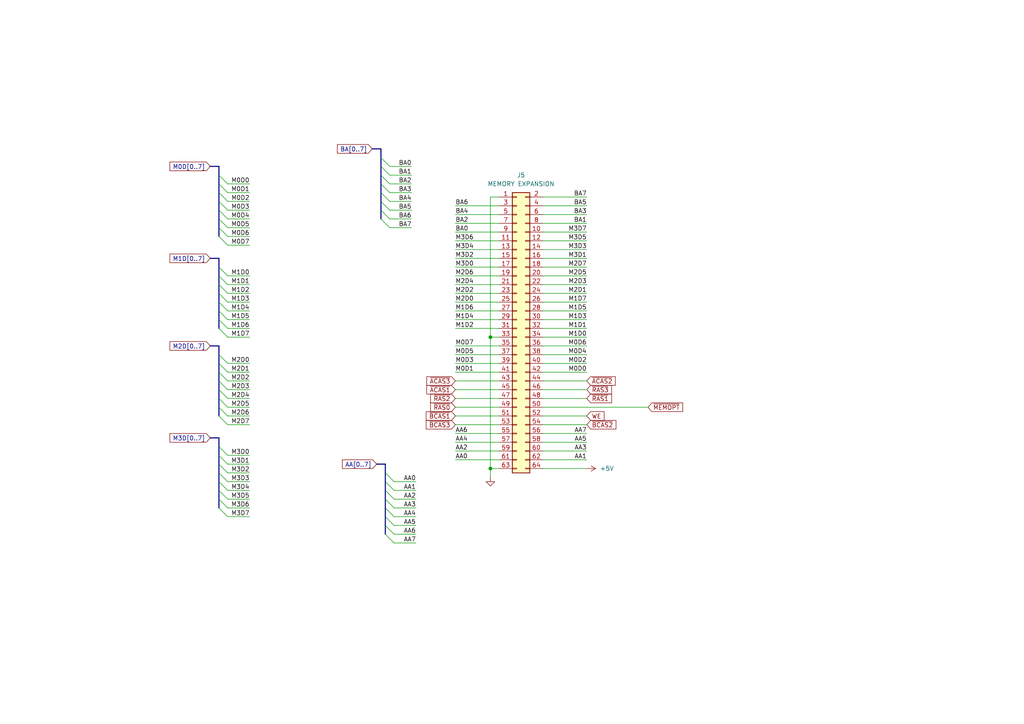
<source format=kicad_sch>
(kicad_sch (version 20230121) (generator eeschema)
  (paper "A4")
  (lib_symbols
    (symbol "Connector_Generic:Conn_02x32_Odd_Even" (pin_names (offset 1.016) hide)
      (property "Reference" "J" (at 1.27 40.64 0))
      (property "Value" "Conn_02x32_Odd_Even" (at 1.27 -43.18 0))
      (symbol "Conn_02x32_Odd_Even_1_1"
        (rectangle (start -1.27 -40.513) (end 0 -40.767) (stroke (width 0.1524)))
        (rectangle (start -1.27 -37.973) (end 0 -38.227) (stroke (width 0.1524)))
        (rectangle (start -1.27 -35.433) (end 0 -35.687) (stroke (width 0.1524)))
        (rectangle (start -1.27 -32.893) (end 0 -33.147) (stroke (width 0.1524)))
        (rectangle (start -1.27 -30.353) (end 0 -30.607) (stroke (width 0.1524)))
        (rectangle (start -1.27 -27.813) (end 0 -28.067) (stroke (width 0.1524)))
        (rectangle (start -1.27 -25.273) (end 0 -25.527) (stroke (width 0.1524)))
        (rectangle (start -1.27 -22.733) (end 0 -22.987) (stroke (width 0.1524)))
        (rectangle (start -1.27 -20.193) (end 0 -20.447) (stroke (width 0.1524)))
        (rectangle (start -1.27 -17.653) (end 0 -17.907) (stroke (width 0.1524)))
        (rectangle (start -1.27 -15.113) (end 0 -15.367) (stroke (width 0.1524)))
        (rectangle (start -1.27 -12.573) (end 0 -12.827) (stroke (width 0.1524)))
        (rectangle (start -1.27 -10.033) (end 0 -10.287) (stroke (width 0.1524)))
        (rectangle (start -1.27 -7.493) (end 0 -7.747) (stroke (width 0.1524)))
        (rectangle (start -1.27 -4.953) (end 0 -5.207) (stroke (width 0.1524)))
        (rectangle (start -1.27 -2.413) (end 0 -2.667) (stroke (width 0.1524)))
        (rectangle (start -1.27 0.127) (end 0 -0.127) (stroke (width 0.1524)))
        (rectangle (start -1.27 2.667) (end 0 2.413) (stroke (width 0.1524)))
        (rectangle (start -1.27 5.207) (end 0 4.953) (stroke (width 0.1524)))
        (rectangle (start -1.27 7.747) (end 0 7.493) (stroke (width 0.1524)))
        (rectangle (start -1.27 10.287) (end 0 10.033) (stroke (width 0.1524)))
        (rectangle (start -1.27 12.827) (end 0 12.573) (stroke (width 0.1524)))
        (rectangle (start -1.27 15.367) (end 0 15.113) (stroke (width 0.1524)))
        (rectangle (start -1.27 17.907) (end 0 17.653) (stroke (width 0.1524)))
        (rectangle (start -1.27 20.447) (end 0 20.193) (stroke (width 0.1524)))
        (rectangle (start -1.27 22.987) (end 0 22.733) (stroke (width 0.1524)))
        (rectangle (start -1.27 25.527) (end 0 25.273) (stroke (width 0.1524)))
        (rectangle (start -1.27 28.067) (end 0 27.813) (stroke (width 0.1524)))
        (rectangle (start -1.27 30.607) (end 0 30.353) (stroke (width 0.1524)))
        (rectangle (start -1.27 33.147) (end 0 32.893) (stroke (width 0.1524)))
        (rectangle (start -1.27 35.687) (end 0 35.433) (stroke (width 0.1524)))
        (rectangle (start -1.27 38.227) (end 0 37.973) (stroke (width 0.1524)))
        (rectangle (start -1.27 39.37) (end 3.81 -41.91) (stroke (width 0.254)) (fill (type background)))
        (rectangle (start 3.81 -40.513) (end 2.54 -40.767) (stroke (width 0.1524)))
        (rectangle (start 3.81 -37.973) (end 2.54 -38.227) (stroke (width 0.1524)))
        (rectangle (start 3.81 -35.433) (end 2.54 -35.687) (stroke (width 0.1524)))
        (rectangle (start 3.81 -32.893) (end 2.54 -33.147) (stroke (width 0.1524)))
        (rectangle (start 3.81 -30.353) (end 2.54 -30.607) (stroke (width 0.1524)))
        (rectangle (start 3.81 -27.813) (end 2.54 -28.067) (stroke (width 0.1524)))
        (rectangle (start 3.81 -25.273) (end 2.54 -25.527) (stroke (width 0.1524)))
        (rectangle (start 3.81 -22.733) (end 2.54 -22.987) (stroke (width 0.1524)))
        (rectangle (start 3.81 -20.193) (end 2.54 -20.447) (stroke (width 0.1524)))
        (rectangle (start 3.81 -17.653) (end 2.54 -17.907) (stroke (width 0.1524)))
        (rectangle (start 3.81 -15.113) (end 2.54 -15.367) (stroke (width 0.1524)))
        (rectangle (start 3.81 -12.573) (end 2.54 -12.827) (stroke (width 0.1524)))
        (rectangle (start 3.81 -10.033) (end 2.54 -10.287) (stroke (width 0.1524)))
        (rectangle (start 3.81 -7.493) (end 2.54 -7.747) (stroke (width 0.1524)))
        (rectangle (start 3.81 -4.953) (end 2.54 -5.207) (stroke (width 0.1524)))
        (rectangle (start 3.81 -2.413) (end 2.54 -2.667) (stroke (width 0.1524)))
        (rectangle (start 3.81 0.127) (end 2.54 -0.127) (stroke (width 0.1524)))
        (rectangle (start 3.81 2.667) (end 2.54 2.413) (stroke (width 0.1524)))
        (rectangle (start 3.81 5.207) (end 2.54 4.953) (stroke (width 0.1524)))
        (rectangle (start 3.81 7.747) (end 2.54 7.493) (stroke (width 0.1524)))
        (rectangle (start 3.81 10.287) (end 2.54 10.033) (stroke (width 0.1524)))
        (rectangle (start 3.81 12.827) (end 2.54 12.573) (stroke (width 0.1524)))
        (rectangle (start 3.81 15.367) (end 2.54 15.113) (stroke (width 0.1524)))
        (rectangle (start 3.81 17.907) (end 2.54 17.653) (stroke (width 0.1524)))
        (rectangle (start 3.81 20.447) (end 2.54 20.193) (stroke (width 0.1524)))
        (rectangle (start 3.81 22.987) (end 2.54 22.733) (stroke (width 0.1524)))
        (rectangle (start 3.81 25.527) (end 2.54 25.273) (stroke (width 0.1524)))
        (rectangle (start 3.81 28.067) (end 2.54 27.813) (stroke (width 0.1524)))
        (rectangle (start 3.81 30.607) (end 2.54 30.353) (stroke (width 0.1524)))
        (rectangle (start 3.81 33.147) (end 2.54 32.893) (stroke (width 0.1524)))
        (rectangle (start 3.81 35.687) (end 2.54 35.433) (stroke (width 0.1524)))
        (rectangle (start 3.81 38.227) (end 2.54 37.973) (stroke (width 0.1524)))
        (pin passive line (at -5.08 38.1 0) (length 3.81) (name "Pin_1") (number "1"))
        (pin passive line (at 7.62 27.94 180) (length 3.81) (name "Pin_10") (number "10"))
        (pin passive line (at -5.08 25.4 0) (length 3.81) (name "Pin_11") (number "11"))
        (pin passive line (at 7.62 25.4 180) (length 3.81) (name "Pin_12") (number "12"))
        (pin passive line (at -5.08 22.86 0) (length 3.81) (name "Pin_13") (number "13"))
        (pin passive line (at 7.62 22.86 180) (length 3.81) (name "Pin_14") (number "14"))
        (pin passive line (at -5.08 20.32 0) (length 3.81) (name "Pin_15") (number "15"))
        (pin passive line (at 7.62 20.32 180) (length 3.81) (name "Pin_16") (number "16"))
        (pin passive line (at -5.08 17.78 0) (length 3.81) (name "Pin_17") (number "17"))
        (pin passive line (at 7.62 17.78 180) (length 3.81) (name "Pin_18") (number "18"))
        (pin passive line (at -5.08 15.24 0) (length 3.81) (name "Pin_19") (number "19"))
        (pin passive line (at 7.62 38.1 180) (length 3.81) (name "Pin_2") (number "2"))
        (pin passive line (at 7.62 15.24 180) (length 3.81) (name "Pin_20") (number "20"))
        (pin passive line (at -5.08 12.7 0) (length 3.81) (name "Pin_21") (number "21"))
        (pin passive line (at 7.62 12.7 180) (length 3.81) (name "Pin_22") (number "22"))
        (pin passive line (at -5.08 10.16 0) (length 3.81) (name "Pin_23") (number "23"))
        (pin passive line (at 7.62 10.16 180) (length 3.81) (name "Pin_24") (number "24"))
        (pin passive line (at -5.08 7.62 0) (length 3.81) (name "Pin_25") (number "25"))
        (pin passive line (at 7.62 7.62 180) (length 3.81) (name "Pin_26") (number "26"))
        (pin passive line (at -5.08 5.08 0) (length 3.81) (name "Pin_27") (number "27"))
        (pin passive line (at 7.62 5.08 180) (length 3.81) (name "Pin_28") (number "28"))
        (pin passive line (at -5.08 2.54 0) (length 3.81) (name "Pin_29") (number "29"))
        (pin passive line (at -5.08 35.56 0) (length 3.81) (name "Pin_3") (number "3"))
        (pin passive line (at 7.62 2.54 180) (length 3.81) (name "Pin_30") (number "30"))
        (pin passive line (at -5.08 0 0) (length 3.81) (name "Pin_31") (number "31"))
        (pin passive line (at 7.62 0 180) (length 3.81) (name "Pin_32") (number "32"))
        (pin passive line (at -5.08 -2.54 0) (length 3.81) (name "Pin_33") (number "33"))
        (pin passive line (at 7.62 -2.54 180) (length 3.81) (name "Pin_34") (number "34"))
        (pin passive line (at -5.08 -5.08 0) (length 3.81) (name "Pin_35") (number "35"))
        (pin passive line (at 7.62 -5.08 180) (length 3.81) (name "Pin_36") (number "36"))
        (pin passive line (at -5.08 -7.62 0) (length 3.81) (name "Pin_37") (number "37"))
        (pin passive line (at 7.62 -7.62 180) (length 3.81) (name "Pin_38") (number "38"))
        (pin passive line (at -5.08 -10.16 0) (length 3.81) (name "Pin_39") (number "39"))
        (pin passive line (at 7.62 35.56 180) (length 3.81) (name "Pin_4") (number "4"))
        (pin passive line (at 7.62 -10.16 180) (length 3.81) (name "Pin_40") (number "40"))
        (pin passive line (at -5.08 -12.7 0) (length 3.81) (name "Pin_41") (number "41"))
        (pin passive line (at 7.62 -12.7 180) (length 3.81) (name "Pin_42") (number "42"))
        (pin passive line (at -5.08 -15.24 0) (length 3.81) (name "Pin_43") (number "43"))
        (pin passive line (at 7.62 -15.24 180) (length 3.81) (name "Pin_44") (number "44"))
        (pin passive line (at -5.08 -17.78 0) (length 3.81) (name "Pin_45") (number "45"))
        (pin passive line (at 7.62 -17.78 180) (length 3.81) (name "Pin_46") (number "46"))
        (pin passive line (at -5.08 -20.32 0) (length 3.81) (name "Pin_47") (number "47"))
        (pin passive line (at 7.62 -20.32 180) (length 3.81) (name "Pin_48") (number "48"))
        (pin passive line (at -5.08 -22.86 0) (length 3.81) (name "Pin_49") (number "49"))
        (pin passive line (at -5.08 33.02 0) (length 3.81) (name "Pin_5") (number "5"))
        (pin passive line (at 7.62 -22.86 180) (length 3.81) (name "Pin_50") (number "50"))
        (pin passive line (at -5.08 -25.4 0) (length 3.81) (name "Pin_51") (number "51"))
        (pin passive line (at 7.62 -25.4 180) (length 3.81) (name "Pin_52") (number "52"))
        (pin passive line (at -5.08 -27.94 0) (length 3.81) (name "Pin_53") (number "53"))
        (pin passive line (at 7.62 -27.94 180) (length 3.81) (name "Pin_54") (number "54"))
        (pin passive line (at -5.08 -30.48 0) (length 3.81) (name "Pin_55") (number "55"))
        (pin passive line (at 7.62 -30.48 180) (length 3.81) (name "Pin_56") (number "56"))
        (pin passive line (at -5.08 -33.02 0) (length 3.81) (name "Pin_57") (number "57"))
        (pin passive line (at 7.62 -33.02 180) (length 3.81) (name "Pin_58") (number "58"))
        (pin passive line (at -5.08 -35.56 0) (length 3.81) (name "Pin_59") (number "59"))
        (pin passive line (at 7.62 33.02 180) (length 3.81) (name "Pin_6") (number "6"))
        (pin passive line (at 7.62 -35.56 180) (length 3.81) (name "Pin_60") (number "60"))
        (pin passive line (at -5.08 -38.1 0) (length 3.81) (name "Pin_61") (number "61"))
        (pin passive line (at 7.62 -38.1 180) (length 3.81) (name "Pin_62") (number "62"))
        (pin passive line (at -5.08 -40.64 0) (length 3.81) (name "Pin_63") (number "63"))
        (pin passive line (at 7.62 -40.64 180) (length 3.81) (name "Pin_64") (number "64"))
        (pin passive line (at -5.08 30.48 0) (length 3.81) (name "Pin_7") (number "7"))
        (pin passive line (at 7.62 30.48 180) (length 3.81) (name "Pin_8") (number "8"))
        (pin passive line (at -5.08 27.94 0) (length 3.81) (name "Pin_9") (number "9"))
      )
    )
    (symbol "power:+5V" (power) (pin_names (offset 0))
      (property "Value" "+5V" (at 0 3.556 0))
      (symbol "+5V_0_1"
        (polyline (pts (xy -0.762 1.27) (xy 0 2.54)))
        (polyline (pts (xy 0 0) (xy 0 2.54)))
        (polyline (pts (xy 0 2.54) (xy 0.762 1.27)))
      )
      (symbol "+5V_1_1"
        (pin power_in line (at 0 0 90) (length 0) hide (name "+5V") (number "1"))
      )
    )
    (symbol "power:GND" (power) (pin_names (offset 0))
      (property "Value" "GND" (at 0 -3.81 0))
      (symbol "GND_0_1"
        (polyline (pts (xy 0 0) (xy 0 -1.27) (xy 1.27 -1.27) (xy 0 -2.54) (xy -1.27 -1.27) (xy 0 -1.27)))
      )
      (symbol "GND_1_1"
        (pin power_in line (at 0 0 270) (length 0) hide (name "GND") (number "1"))
      )
    )
  )
  (junction (at 142.24 135.89))
  (junction (at 142.24 97.79))
  (bus_entry (at 63.5 129.54) (size 2.54 2.54))
  (bus_entry (at 63.5 118.11) (size 2.54 2.54))
  (bus_entry (at 111.76 149.86) (size 2.54 2.54))
  (bus_entry (at 63.5 139.7) (size 2.54 2.54))
  (bus_entry (at 110.49 53.34) (size 2.54 2.54))
  (bus_entry (at 63.5 115.57) (size 2.54 2.54))
  (bus_entry (at 63.5 53.34) (size 2.54 2.54))
  (bus_entry (at 63.5 85.09) (size 2.54 2.54))
  (bus_entry (at 110.49 63.5) (size 2.54 2.54))
  (bus_entry (at 63.5 113.03) (size 2.54 2.54))
  (bus_entry (at 63.5 105.41) (size 2.54 2.54))
  (bus_entry (at 110.49 58.42) (size 2.54 2.54))
  (bus_entry (at 110.49 50.8) (size 2.54 2.54))
  (bus_entry (at 63.5 147.32) (size 2.54 2.54))
  (bus_entry (at 63.5 137.16) (size 2.54 2.54))
  (bus_entry (at 111.76 142.24) (size 2.54 2.54))
  (bus_entry (at 111.76 154.94) (size 2.54 2.54))
  (bus_entry (at 111.76 137.16) (size 2.54 2.54))
  (bus_entry (at 63.5 87.63) (size 2.54 2.54))
  (bus_entry (at 110.49 60.96) (size 2.54 2.54))
  (bus_entry (at 63.5 95.25) (size 2.54 2.54))
  (bus_entry (at 63.5 80.01) (size 2.54 2.54))
  (bus_entry (at 110.49 45.72) (size 2.54 2.54))
  (bus_entry (at 63.5 90.17) (size 2.54 2.54))
  (bus_entry (at 63.5 144.78) (size 2.54 2.54))
  (bus_entry (at 63.5 82.55) (size 2.54 2.54))
  (bus_entry (at 63.5 58.42) (size 2.54 2.54))
  (bus_entry (at 63.5 102.87) (size 2.54 2.54))
  (bus_entry (at 63.5 50.8) (size 2.54 2.54))
  (bus_entry (at 63.5 68.58) (size 2.54 2.54))
  (bus_entry (at 111.76 147.32) (size 2.54 2.54))
  (bus_entry (at 63.5 63.5) (size 2.54 2.54))
  (bus_entry (at 111.76 144.78) (size 2.54 2.54))
  (bus_entry (at 63.5 134.62) (size 2.54 2.54))
  (bus_entry (at 63.5 55.88) (size 2.54 2.54))
  (bus_entry (at 63.5 60.96) (size 2.54 2.54))
  (bus_entry (at 63.5 77.47) (size 2.54 2.54))
  (bus_entry (at 63.5 66.04) (size 2.54 2.54))
  (bus_entry (at 63.5 110.49) (size 2.54 2.54))
  (bus_entry (at 111.76 152.4) (size 2.54 2.54))
  (bus_entry (at 110.49 55.88) (size 2.54 2.54))
  (bus_entry (at 63.5 92.71) (size 2.54 2.54))
  (bus_entry (at 63.5 132.08) (size 2.54 2.54))
  (bus_entry (at 110.49 48.26) (size 2.54 2.54))
  (bus_entry (at 111.76 139.7) (size 2.54 2.54))
  (bus_entry (at 63.5 120.65) (size 2.54 2.54))
  (bus_entry (at 63.5 142.24) (size 2.54 2.54))
  (bus_entry (at 63.5 107.95) (size 2.54 2.54))
  (wire (pts (xy 72.39 139.7) (xy 66.04 139.7)))
  (wire (pts (xy 72.39 97.79) (xy 66.04 97.79)))
  (wire (pts (xy 113.03 53.34) (xy 119.38 53.34)))
  (bus (pts (xy 63.5 53.34) (xy 63.5 55.88)))
  (bus (pts (xy 110.49 53.34) (xy 110.49 50.8)))
  (bus (pts (xy 63.5 66.04) (xy 63.5 68.58)))
  (wire (pts (xy 72.39 68.58) (xy 66.04 68.58)))
  (wire (pts (xy 72.39 71.12) (xy 66.04 71.12)))
  (wire (pts (xy 132.08 105.41) (xy 144.78 105.41)))
  (bus (pts (xy 63.5 134.62) (xy 63.5 132.08)))
  (wire (pts (xy 132.08 72.39) (xy 144.78 72.39)))
  (bus (pts (xy 63.5 107.95) (xy 63.5 105.41)))
  (wire (pts (xy 113.03 50.8) (xy 119.38 50.8)))
  (wire (pts (xy 72.39 82.55) (xy 66.04 82.55)))
  (wire (pts (xy 113.03 66.04) (xy 119.38 66.04)))
  (bus (pts (xy 110.49 60.96) (xy 110.49 58.42)))
  (wire (pts (xy 142.24 97.79) (xy 142.24 135.89)))
  (wire (pts (xy 72.39 53.34) (xy 66.04 53.34)))
  (wire (pts (xy 132.08 125.73) (xy 144.78 125.73)))
  (wire (pts (xy 132.08 130.81) (xy 144.78 130.81)))
  (wire (pts (xy 142.24 97.79) (xy 144.78 97.79)))
  (bus (pts (xy 110.49 48.26) (xy 110.49 45.72)))
  (wire (pts (xy 72.39 118.11) (xy 66.04 118.11)))
  (bus (pts (xy 63.5 147.32) (xy 63.5 144.78)))
  (wire (pts (xy 132.08 115.57) (xy 144.78 115.57)))
  (bus (pts (xy 63.5 60.96) (xy 63.5 63.5)))
  (wire (pts (xy 132.08 82.55) (xy 144.78 82.55)))
  (wire (pts (xy 72.39 149.86) (xy 66.04 149.86)))
  (wire (pts (xy 157.48 130.81) (xy 170.18 130.81)))
  (bus (pts (xy 63.5 50.8) (xy 63.5 53.34)))
  (bus (pts (xy 63.5 105.41) (xy 63.5 102.87)))
  (bus (pts (xy 63.5 115.57) (xy 63.5 113.03)))
  (wire (pts (xy 72.39 107.95) (xy 66.04 107.95)))
  (bus (pts (xy 110.49 63.5) (xy 110.49 60.96)))
  (wire (pts (xy 132.08 107.95) (xy 144.78 107.95)))
  (wire (pts (xy 72.39 105.41) (xy 66.04 105.41)))
  (wire (pts (xy 132.08 77.47) (xy 144.78 77.47)))
  (wire (pts (xy 132.08 69.85) (xy 144.78 69.85)))
  (wire (pts (xy 132.08 123.19) (xy 144.78 123.19)))
  (bus (pts (xy 60.96 74.93) (xy 63.5 74.93)))
  (wire (pts (xy 132.08 85.09) (xy 144.78 85.09)))
  (wire (pts (xy 72.39 60.96) (xy 66.04 60.96)))
  (wire (pts (xy 157.48 69.85) (xy 170.18 69.85)))
  (wire (pts (xy 157.48 85.09) (xy 170.18 85.09)))
  (wire (pts (xy 114.3 147.32) (xy 120.65 147.32)))
  (wire (pts (xy 157.48 97.79) (xy 170.18 97.79)))
  (wire (pts (xy 157.48 64.77) (xy 170.18 64.77)))
  (bus (pts (xy 63.5 87.63) (xy 63.5 90.17)))
  (bus (pts (xy 63.5 118.11) (xy 63.5 115.57)))
  (wire (pts (xy 132.08 74.93) (xy 144.78 74.93)))
  (wire (pts (xy 157.48 92.71) (xy 170.18 92.71)))
  (wire (pts (xy 113.03 48.26) (xy 119.38 48.26)))
  (bus (pts (xy 63.5 90.17) (xy 63.5 92.71)))
  (wire (pts (xy 72.39 66.04) (xy 66.04 66.04)))
  (bus (pts (xy 63.5 142.24) (xy 63.5 139.7)))
  (wire (pts (xy 157.48 102.87) (xy 170.18 102.87)))
  (bus (pts (xy 63.5 129.54) (xy 63.5 127)))
  (wire (pts (xy 72.39 134.62) (xy 66.04 134.62)))
  (wire (pts (xy 157.48 62.23) (xy 170.18 62.23)))
  (wire (pts (xy 72.39 120.65) (xy 66.04 120.65)))
  (wire (pts (xy 157.48 87.63) (xy 170.18 87.63)))
  (wire (pts (xy 157.48 77.47) (xy 170.18 77.47)))
  (bus (pts (xy 111.76 149.86) (xy 111.76 147.32)))
  (bus (pts (xy 63.5 144.78) (xy 63.5 142.24)))
  (bus (pts (xy 63.5 48.26) (xy 63.5 50.8)))
  (bus (pts (xy 63.5 77.47) (xy 63.5 80.01)))
  (bus (pts (xy 63.5 74.93) (xy 63.5 77.47)))
  (bus (pts (xy 63.5 82.55) (xy 63.5 85.09)))
  (wire (pts (xy 72.39 113.03) (xy 66.04 113.03)))
  (wire (pts (xy 72.39 63.5) (xy 66.04 63.5)))
  (wire (pts (xy 72.39 92.71) (xy 66.04 92.71)))
  (wire (pts (xy 113.03 55.88) (xy 119.38 55.88)))
  (bus (pts (xy 63.5 102.87) (xy 63.5 100.33)))
  (wire (pts (xy 157.48 95.25) (xy 170.18 95.25)))
  (wire (pts (xy 72.39 144.78) (xy 66.04 144.78)))
  (wire (pts (xy 114.3 139.7) (xy 120.65 139.7)))
  (wire (pts (xy 132.08 80.01) (xy 144.78 80.01)))
  (wire (pts (xy 132.08 95.25) (xy 144.78 95.25)))
  (bus (pts (xy 63.5 55.88) (xy 63.5 58.42)))
  (bus (pts (xy 63.5 63.5) (xy 63.5 66.04)))
  (wire (pts (xy 157.48 115.57) (xy 170.18 115.57)))
  (wire (pts (xy 114.3 154.94) (xy 120.65 154.94)))
  (bus (pts (xy 111.76 152.4) (xy 111.76 149.86)))
  (wire (pts (xy 157.48 82.55) (xy 170.18 82.55)))
  (wire (pts (xy 157.48 125.73) (xy 170.18 125.73)))
  (wire (pts (xy 142.24 57.15) (xy 144.78 57.15)))
  (wire (pts (xy 114.3 142.24) (xy 120.65 142.24)))
  (wire (pts (xy 157.48 72.39) (xy 170.18 72.39)))
  (wire (pts (xy 72.39 147.32) (xy 66.04 147.32)))
  (bus (pts (xy 63.5 132.08) (xy 63.5 129.54)))
  (wire (pts (xy 157.48 118.11) (xy 187.96 118.11)))
  (wire (pts (xy 132.08 120.65) (xy 144.78 120.65)))
  (wire (pts (xy 72.39 90.17) (xy 66.04 90.17)))
  (wire (pts (xy 157.48 110.49) (xy 170.18 110.49)))
  (wire (pts (xy 157.48 100.33) (xy 170.18 100.33)))
  (wire (pts (xy 72.39 132.08) (xy 66.04 132.08)))
  (wire (pts (xy 72.39 87.63) (xy 66.04 87.63)))
  (bus (pts (xy 63.5 137.16) (xy 63.5 134.62)))
  (bus (pts (xy 110.49 58.42) (xy 110.49 55.88)))
  (bus (pts (xy 60.96 48.26) (xy 63.5 48.26)))
  (wire (pts (xy 72.39 85.09) (xy 66.04 85.09)))
  (bus (pts (xy 63.5 58.42) (xy 63.5 60.96)))
  (bus (pts (xy 110.49 45.72) (xy 110.49 43.18)))
  (wire (pts (xy 113.03 63.5) (xy 119.38 63.5)))
  (wire (pts (xy 157.48 67.31) (xy 170.18 67.31)))
  (wire (pts (xy 142.24 135.89) (xy 144.78 135.89)))
  (bus (pts (xy 109.22 134.62) (xy 111.76 134.62)))
  (wire (pts (xy 132.08 133.35) (xy 144.78 133.35)))
  (wire (pts (xy 132.08 113.03) (xy 144.78 113.03)))
  (wire (pts (xy 114.3 149.86) (xy 120.65 149.86)))
  (wire (pts (xy 132.08 62.23) (xy 144.78 62.23)))
  (wire (pts (xy 157.48 80.01) (xy 170.18 80.01)))
  (wire (pts (xy 72.39 80.01) (xy 66.04 80.01)))
  (wire (pts (xy 114.3 157.48) (xy 120.65 157.48)))
  (wire (pts (xy 157.48 74.93) (xy 170.18 74.93)))
  (wire (pts (xy 157.48 107.95) (xy 170.18 107.95)))
  (wire (pts (xy 72.39 58.42) (xy 66.04 58.42)))
  (wire (pts (xy 157.48 105.41) (xy 170.18 105.41)))
  (wire (pts (xy 132.08 118.11) (xy 144.78 118.11)))
  (bus (pts (xy 110.49 55.88) (xy 110.49 53.34)))
  (wire (pts (xy 132.08 128.27) (xy 144.78 128.27)))
  (bus (pts (xy 63.5 110.49) (xy 63.5 107.95)))
  (wire (pts (xy 113.03 58.42) (xy 119.38 58.42)))
  (wire (pts (xy 157.48 113.03) (xy 170.18 113.03)))
  (bus (pts (xy 63.5 139.7) (xy 63.5 137.16)))
  (wire (pts (xy 142.24 57.15) (xy 142.24 97.79)))
  (wire (pts (xy 72.39 55.88) (xy 66.04 55.88)))
  (wire (pts (xy 157.48 123.19) (xy 170.18 123.19)))
  (wire (pts (xy 132.08 67.31) (xy 144.78 67.31)))
  (bus (pts (xy 60.96 100.33) (xy 63.5 100.33)))
  (wire (pts (xy 132.08 102.87) (xy 144.78 102.87)))
  (wire (pts (xy 72.39 115.57) (xy 66.04 115.57)))
  (bus (pts (xy 111.76 137.16) (xy 111.76 134.62)))
  (wire (pts (xy 157.48 59.69) (xy 170.18 59.69)))
  (bus (pts (xy 63.5 80.01) (xy 63.5 82.55)))
  (bus (pts (xy 111.76 147.32) (xy 111.76 144.78)))
  (wire (pts (xy 114.3 152.4) (xy 120.65 152.4)))
  (wire (pts (xy 142.24 135.89) (xy 142.24 138.43)))
  (bus (pts (xy 63.5 120.65) (xy 63.5 118.11)))
  (bus (pts (xy 111.76 139.7) (xy 111.76 137.16)))
  (bus (pts (xy 111.76 142.24) (xy 111.76 139.7)))
  (wire (pts (xy 72.39 110.49) (xy 66.04 110.49)))
  (wire (pts (xy 132.08 90.17) (xy 144.78 90.17)))
  (wire (pts (xy 132.08 92.71) (xy 144.78 92.71)))
  (wire (pts (xy 113.03 60.96) (xy 119.38 60.96)))
  (wire (pts (xy 72.39 95.25) (xy 66.04 95.25)))
  (wire (pts (xy 157.48 133.35) (xy 170.18 133.35)))
  (bus (pts (xy 111.76 144.78) (xy 111.76 142.24)))
  (wire (pts (xy 157.48 135.89) (xy 170.18 135.89)))
  (bus (pts (xy 63.5 113.03) (xy 63.5 110.49)))
  (wire (pts (xy 72.39 137.16) (xy 66.04 137.16)))
  (bus (pts (xy 63.5 92.71) (xy 63.5 95.25)))
  (wire (pts (xy 157.48 90.17) (xy 170.18 90.17)))
  (bus (pts (xy 60.96 127) (xy 63.5 127)))
  (wire (pts (xy 132.08 64.77) (xy 144.78 64.77)))
  (wire (pts (xy 132.08 110.49) (xy 144.78 110.49)))
  (bus (pts (xy 63.5 85.09) (xy 63.5 87.63)))
  (wire (pts (xy 72.39 123.19) (xy 66.04 123.19)))
  (wire (pts (xy 132.08 59.69) (xy 144.78 59.69)))
  (wire (pts (xy 157.48 120.65) (xy 170.18 120.65)))
  (wire (pts (xy 157.48 57.15) (xy 170.18 57.15)))
  (bus (pts (xy 107.95 43.18) (xy 110.49 43.18)))
  (wire (pts (xy 72.39 142.24) (xy 66.04 142.24)))
  (wire (pts (xy 132.08 100.33) (xy 144.78 100.33)))
  (bus (pts (xy 110.49 50.8) (xy 110.49 48.26)))
  (wire (pts (xy 114.3 144.78) (xy 120.65 144.78)))
  (wire (pts (xy 157.48 128.27) (xy 170.18 128.27)))
  (bus (pts (xy 111.76 154.94) (xy 111.76 152.4)))
  (wire (pts (xy 132.08 87.63) (xy 144.78 87.63)))
  (label "M1D5" (at 72.39 92.71 180))
  (label "M2D1" (at 72.39 107.95 180))
  (label "M2D0" (at 72.39 105.41 180))
  (label "BA2" (at 119.38 53.34 180))
  (label "AA3" (at 120.65 147.32 180))
  (label "AA4" (at 120.65 149.86 180))
  (label "M2D6" (at 132.08 80.01 0))
  (label "BA2" (at 132.08 64.77 0))
  (label "M3D5" (at 72.39 144.78 180))
  (label "M2D0" (at 132.08 87.63 0))
  (label "BA1" (at 170.18 64.77 180))
  (label "M0D7" (at 72.39 71.12 180))
  (label "BA3" (at 170.18 62.23 180))
  (label "M1D1" (at 72.39 82.55 180))
  (label "M0D4" (at 170.18 102.87 180))
  (label "M3D6" (at 72.39 147.32 180))
  (label "AA2" (at 132.08 130.81 0))
  (label "M2D6" (at 72.39 120.65 180))
  (label "M3D5" (at 170.18 69.85 180))
  (label "M3D3" (at 170.18 72.39 180))
  (label "M1D2" (at 72.39 85.09 180))
  (label "M1D7" (at 72.39 97.79 180))
  (label "M2D7" (at 170.18 77.47 180))
  (label "BA4" (at 132.08 62.23 0))
  (label "M2D3" (at 170.18 82.55 180))
  (label "M2D2" (at 132.08 85.09 0))
  (label "BA6" (at 119.38 63.5 180))
  (label "M0D5" (at 132.08 102.87 0))
  (label "M1D2" (at 132.08 95.25 0))
  (label "M1D6" (at 72.39 95.25 180))
  (label "AA5" (at 170.18 128.27 180))
  (label "BA3" (at 119.38 55.88 180))
  (label "M0D6" (at 170.18 100.33 180))
  (label "AA4" (at 132.08 128.27 0))
  (label "M2D4" (at 72.39 115.57 180))
  (label "M0D1" (at 72.39 55.88 180))
  (label "M1D6" (at 132.08 90.17 0))
  (label "M2D1" (at 170.18 85.09 180))
  (label "M3D1" (at 72.39 134.62 180))
  (label "M2D5" (at 72.39 118.11 180))
  (label "AA0" (at 120.65 139.7 180))
  (label "M3D6" (at 132.08 69.85 0))
  (label "BA7" (at 119.38 66.04 180))
  (label "AA7" (at 170.18 125.73 180))
  (label "M3D4" (at 132.08 72.39 0))
  (label "M0D6" (at 72.39 68.58 180))
  (label "M3D2" (at 72.39 137.16 180))
  (label "M0D7" (at 132.08 100.33 0))
  (label "M0D3" (at 72.39 60.96 180))
  (label "M3D0" (at 72.39 132.08 180))
  (label "BA0" (at 119.38 48.26 180))
  (label "M3D7" (at 72.39 149.86 180))
  (label "M0D2" (at 170.18 105.41 180))
  (label "AA7" (at 120.65 157.48 180))
  (label "M0D1" (at 132.08 107.95 0))
  (label "AA1" (at 120.65 142.24 180))
  (label "M3D3" (at 72.39 139.7 180))
  (label "M1D1" (at 170.18 95.25 180))
  (label "BA5" (at 170.18 59.69 180))
  (label "M0D3" (at 132.08 105.41 0))
  (label "M1D4" (at 72.39 90.17 180))
  (label "AA5" (at 120.65 152.4 180))
  (label "M0D4" (at 72.39 63.5 180))
  (label "AA6" (at 120.65 154.94 180))
  (label "M1D5" (at 170.18 90.17 180))
  (label "AA2" (at 120.65 144.78 180))
  (label "M2D7" (at 72.39 123.19 180))
  (label "M0D0" (at 72.39 53.34 180))
  (label "AA6" (at 132.08 125.73 0))
  (label "M3D1" (at 170.18 74.93 180))
  (label "BA0" (at 132.08 67.31 0))
  (label "BA6" (at 132.08 59.69 0))
  (label "M0D2" (at 72.39 58.42 180))
  (label "AA0" (at 132.08 133.35 0))
  (label "M2D2" (at 72.39 110.49 180))
  (label "BA5" (at 119.38 60.96 180))
  (label "M3D4" (at 72.39 142.24 180))
  (label "AA3" (at 170.18 130.81 180))
  (label "M1D3" (at 170.18 92.71 180))
  (label "M0D0" (at 170.18 107.95 180))
  (label "BA1" (at 119.38 50.8 180))
  (label "M0D5" (at 72.39 66.04 180))
  (label "M2D5" (at 170.18 80.01 180))
  (label "BA4" (at 119.38 58.42 180))
  (label "M1D0" (at 170.18 97.79 180))
  (label "M3D0" (at 132.08 77.47 0))
  (label "M1D0" (at 72.39 80.01 180))
  (label "M1D7" (at 170.18 87.63 180))
  (label "M1D3" (at 72.39 87.63 180))
  (label "M2D3" (at 72.39 113.03 180))
  (label "M1D4" (at 132.08 92.71 0))
  (label "M3D2" (at 132.08 74.93 0))
  (label "M3D7" (at 170.18 67.31 180))
  (label "M2D4" (at 132.08 82.55 0))
  (label "AA1" (at 170.18 133.35 180))
  (label "BA7" (at 170.18 57.15 180))
  (global_label "~{RAS1}" (shape input) (at 170.18 115.57 0) (property "Intersheetrefs" "${INTERSHEET_REFS}" (at 177.9428 115.57 0) (effects (justify left))))
  (global_label "~{RAS0}" (shape input) (at 132.08 118.11 180) (property "Intersheetrefs" "${INTERSHEET_REFS}" (at 124.3172 118.11 0) (effects (justify right))))
  (global_label "M2D[0..7]" (shape input) (at 60.96 100.33 180) (property "Intersheetrefs" "${INTERSHEET_REFS}" (at 48.7219 100.33 0) (effects (justify right))))
  (global_label "M0D[0..7]" (shape input) (at 60.96 48.26 180) (property "Intersheetrefs" "${INTERSHEET_REFS}" (at 48.7219 48.26 0) (effects (justify right))))
  (global_label "BA[0..7]" (shape input) (at 107.95 43.18 180) (property "Intersheetrefs" "${INTERSHEET_REFS}" (at 97.2842 43.18 0) (effects (justify right))))
  (global_label "~{MEMOPT}" (shape input) (at 187.96 118.11 0) (property "Intersheetrefs" "${INTERSHEET_REFS}" (at 198.5651 118.11 0) (effects (justify left))))
  (global_label "~{ACAS1}" (shape input) (at 132.08 113.03 180) (property "Intersheetrefs" "${INTERSHEET_REFS}" (at 123.2286 113.03 0) (effects (justify right))))
  (global_label "~{ACAS3}" (shape input) (at 132.08 110.49 180) (property "Intersheetrefs" "${INTERSHEET_REFS}" (at 123.2286 110.49 0) (effects (justify right))))
  (global_label "M3D[0..7]" (shape input) (at 60.96 127 180) (property "Intersheetrefs" "${INTERSHEET_REFS}" (at 48.7219 127 0) (effects (justify right))))
  (global_label "~{BCAS1}" (shape input) (at 132.08 120.65 180) (property "Intersheetrefs" "${INTERSHEET_REFS}" (at 123.0472 120.65 0) (effects (justify right))))
  (global_label "~{RAS2}" (shape input) (at 132.08 115.57 180) (property "Intersheetrefs" "${INTERSHEET_REFS}" (at 124.3172 115.57 0) (effects (justify right))))
  (global_label "~{BCAS2}" (shape input) (at 170.18 123.19 0) (property "Intersheetrefs" "${INTERSHEET_REFS}" (at 179.2128 123.19 0) (effects (justify left))))
  (global_label "~{ACAS2}" (shape input) (at 170.18 110.49 0) (property "Intersheetrefs" "${INTERSHEET_REFS}" (at 179.0314 110.49 0) (effects (justify left))))
  (global_label "~{BCAS3}" (shape input) (at 132.08 123.19 180) (property "Intersheetrefs" "${INTERSHEET_REFS}" (at 123.0472 123.19 0) (effects (justify right))))
  (global_label "WE" (shape input) (at 170.18 120.65 0) (property "Intersheetrefs" "${INTERSHEET_REFS}" (at 175.7656 120.65 0) (effects (justify left))))
  (global_label "AA[0..7]" (shape input) (at 109.22 134.62 180) (property "Intersheetrefs" "${INTERSHEET_REFS}" (at 98.7356 134.62 0) (effects (justify right))))
  (global_label "~{RAS3}" (shape input) (at 170.18 113.03 0) (property "Intersheetrefs" "${INTERSHEET_REFS}" (at 177.9428 113.03 0) (effects (justify left))))
  (global_label "M1D[0..7]" (shape input) (at 60.96 74.93 180) (property "Intersheetrefs" "${INTERSHEET_REFS}" (at 48.7219 74.93 0) (effects (justify right))))
  (symbol (lib_id "Connector_Generic:Conn_02x32_Odd_Even") (at 149.86 95.25 0) (unit 1)
    (property "Reference" "J5" (at 151.13 50.8 0))
    (property "Value" "MEMORY EXPANSION" (at 151.13 53.34 0))
    (property "Footprint" "Connector_PinHeader_2.54mm:PinHeader_2x32_P2.54mm_Vertical" (effects hide))
  )
  (symbol (lib_id "power:+5V") (at 170.18 135.89 270) (unit 1)
    (property "Reference" "#PWR0123" (effects hide))
    (property "Value" "+5V" (at 173.99 135.89 90) (effects (justify left)))
  )
  (symbol (lib_id "power:GND") (at 142.24 138.43 0) (unit 1)
    (property "Reference" "#PWR0122" (effects hide))
    (property "Value" "GND" (effects hide))
  )
)
</source>
